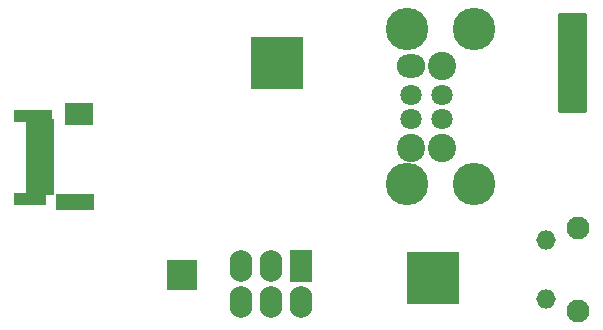
<source format=gbs>
G04 #@! TF.FileFunction,Soldermask,Bot*
%FSLAX46Y46*%
G04 Gerber Fmt 4.6, Leading zero omitted, Abs format (unit mm)*
G04 Created by KiCad (PCBNEW (2016-06-03 BZR 6882, Git b4ad18a)-product) date Fri Jun  3 12:29:47 2016*
%MOMM*%
%LPD*%
G01*
G04 APERTURE LIST*
%ADD10C,0.100000*%
%ADD11R,4.400000X4.400000*%
%ADD12R,2.650000X2.650000*%
%ADD13R,2.400000X0.660000*%
%ADD14R,2.400000X0.810000*%
%ADD15R,2.700000X0.975000*%
%ADD16R,3.200000X0.975000*%
%ADD17R,2.400000X1.900000*%
%ADD18R,3.200000X1.400000*%
%ADD19R,1.924000X2.686000*%
%ADD20O,1.924000X2.686000*%
%ADD21O,1.950000X1.950000*%
%ADD22O,1.650000X1.650000*%
%ADD23C,1.800000*%
%ADD24C,2.400000*%
%ADD25O,2.400000X2.000000*%
%ADD26C,3.600000*%
%ADD27C,0.300000*%
%ADD28C,0.254000*%
G04 APERTURE END LIST*
D10*
D11*
X44000000Y-9000000D03*
X57250000Y-27250000D03*
D12*
X36000000Y-27000000D03*
D13*
X23950000Y-14750000D03*
X23950000Y-15250000D03*
X23950000Y-15750000D03*
X23950000Y-16250000D03*
X23950000Y-16750000D03*
X23950000Y-17250000D03*
X23950000Y-17750000D03*
X23950000Y-18250000D03*
X23950000Y-18750000D03*
X23950000Y-19250000D03*
D14*
X23950000Y-14175000D03*
X23950000Y-19825000D03*
D15*
X23150000Y-20512500D03*
D16*
X23400000Y-13487500D03*
D17*
X27300000Y-13325000D03*
D18*
X26900000Y-20825000D03*
D19*
X46040000Y-26206000D03*
D20*
X43500000Y-26206000D03*
X40960000Y-26206000D03*
X46040000Y-29254000D03*
X43500000Y-29254000D03*
X40960000Y-29254000D03*
D21*
X69500000Y-30000000D03*
X69500000Y-23000000D03*
D22*
X66800000Y-29000000D03*
X66800000Y-24000000D03*
D23*
X55380000Y-11750000D03*
X55380000Y-13750000D03*
X58000000Y-13750000D03*
X58000000Y-11750000D03*
D24*
X55380000Y-16250000D03*
X58000000Y-16250000D03*
X58000000Y-9250000D03*
D25*
X55380000Y-9250000D03*
D26*
X55030000Y-19320000D03*
X60710000Y-19320000D03*
X60710000Y-6180000D03*
X55030000Y-6180000D03*
D27*
G36*
X45350000Y-10350000D02*
X42650000Y-10350000D01*
X42650000Y-7650000D01*
X45350000Y-7650000D01*
X45350000Y-10350000D01*
X45350000Y-10350000D01*
G37*
X45350000Y-10350000D02*
X42650000Y-10350000D01*
X42650000Y-7650000D01*
X45350000Y-7650000D01*
X45350000Y-10350000D01*
G36*
X58600000Y-28600000D02*
X55900000Y-28600000D01*
X55900000Y-25900000D01*
X58600000Y-25900000D01*
X58600000Y-28600000D01*
X58600000Y-28600000D01*
G37*
X58600000Y-28600000D02*
X55900000Y-28600000D01*
X55900000Y-25900000D01*
X58600000Y-25900000D01*
X58600000Y-28600000D01*
G36*
X36850000Y-27850000D02*
X35150000Y-27850000D01*
X35150000Y-26150000D01*
X36850000Y-26150000D01*
X36850000Y-27850000D01*
X36850000Y-27850000D01*
G37*
X36850000Y-27850000D02*
X35150000Y-27850000D01*
X35150000Y-26150000D01*
X36850000Y-26150000D01*
X36850000Y-27850000D01*
D28*
G36*
X70123000Y-13123000D02*
X67877000Y-13123000D01*
X67877000Y-4877000D01*
X70123000Y-4877000D01*
X70123000Y-13123000D01*
X70123000Y-13123000D01*
G37*
X70123000Y-13123000D02*
X67877000Y-13123000D01*
X67877000Y-4877000D01*
X70123000Y-4877000D01*
X70123000Y-13123000D01*
M02*

</source>
